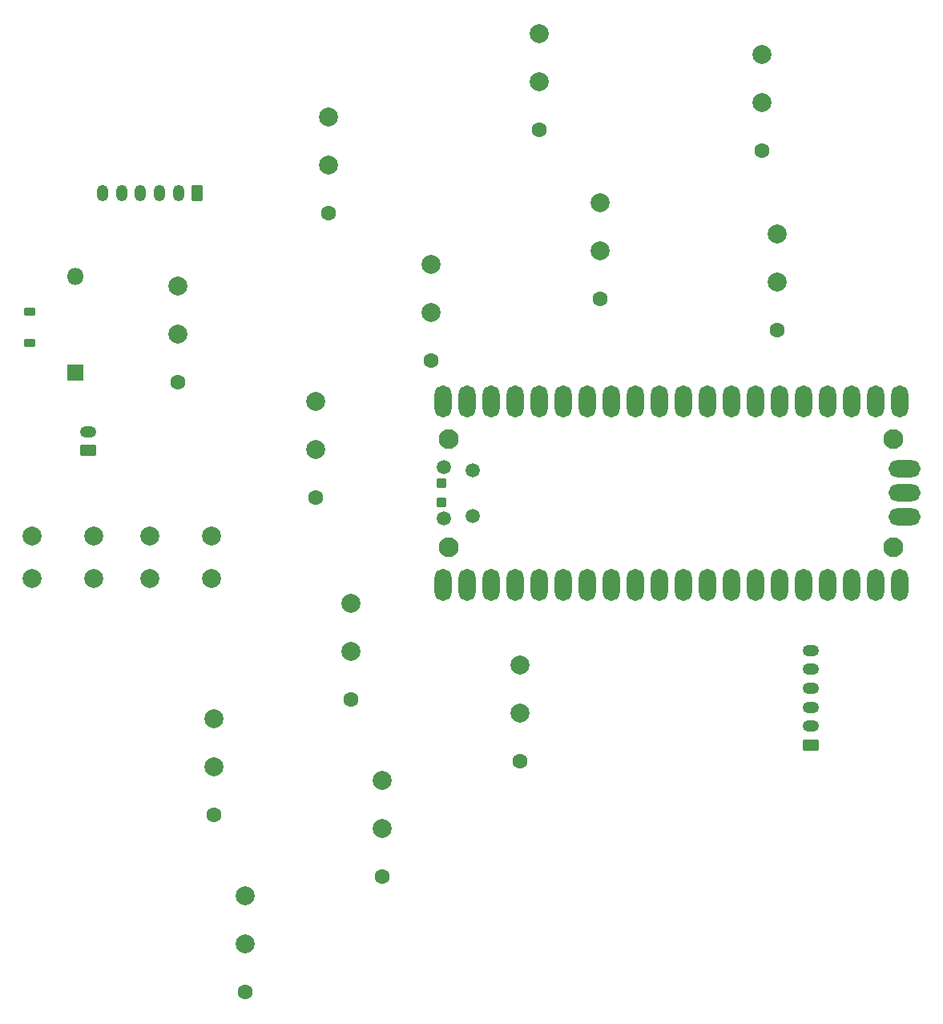
<source format=gbs>
G04 #@! TF.GenerationSoftware,KiCad,Pcbnew,7.0.8*
G04 #@! TF.CreationDate,2023-10-08T23:51:26-04:00*
G04 #@! TF.ProjectId,Mainboard-small-buttons,4d61696e-626f-4617-9264-2d736d616c6c,rev?*
G04 #@! TF.SameCoordinates,Original*
G04 #@! TF.FileFunction,Soldermask,Bot*
G04 #@! TF.FilePolarity,Negative*
%FSLAX46Y46*%
G04 Gerber Fmt 4.6, Leading zero omitted, Abs format (unit mm)*
G04 Created by KiCad (PCBNEW 7.0.8) date 2023-10-08 23:51:26*
%MOMM*%
%LPD*%
G01*
G04 APERTURE LIST*
G04 Aperture macros list*
%AMRoundRect*
0 Rectangle with rounded corners*
0 $1 Rounding radius*
0 $2 $3 $4 $5 $6 $7 $8 $9 X,Y pos of 4 corners*
0 Add a 4 corners polygon primitive as box body*
4,1,4,$2,$3,$4,$5,$6,$7,$8,$9,$2,$3,0*
0 Add four circle primitives for the rounded corners*
1,1,$1+$1,$2,$3*
1,1,$1+$1,$4,$5*
1,1,$1+$1,$6,$7*
1,1,$1+$1,$8,$9*
0 Add four rect primitives between the rounded corners*
20,1,$1+$1,$2,$3,$4,$5,0*
20,1,$1+$1,$4,$5,$6,$7,0*
20,1,$1+$1,$6,$7,$8,$9,0*
20,1,$1+$1,$8,$9,$2,$3,0*%
G04 Aperture macros list end*
%ADD10C,2.000000*%
%ADD11C,1.600000*%
%ADD12RoundRect,0.250000X0.350000X0.625000X-0.350000X0.625000X-0.350000X-0.625000X0.350000X-0.625000X0*%
%ADD13O,1.200000X1.750000*%
%ADD14C,2.100000*%
%ADD15C,1.500000*%
%ADD16O,1.803200X3.403200*%
%ADD17O,3.403200X1.803200*%
%ADD18RoundRect,0.101600X-0.400000X0.400000X-0.400000X-0.400000X0.400000X-0.400000X0.400000X0.400000X0*%
%ADD19R,1.800000X1.800000*%
%ADD20O,1.800000X1.800000*%
%ADD21RoundRect,0.250000X0.625000X-0.350000X0.625000X0.350000X-0.625000X0.350000X-0.625000X-0.350000X0*%
%ADD22O,1.750000X1.200000*%
%ADD23RoundRect,0.225000X0.375000X-0.225000X0.375000X0.225000X-0.375000X0.225000X-0.375000X-0.225000X0*%
G04 APERTURE END LIST*
D10*
X151957706Y-89774723D03*
X151957706Y-94854723D03*
D11*
X151957706Y-99934723D03*
D10*
X142562747Y-47432843D03*
X142562747Y-52512843D03*
D11*
X142562747Y-57592843D03*
D10*
X179128254Y-44233775D03*
X179128254Y-49313775D03*
D11*
X179128254Y-54393775D03*
D10*
X100353557Y-76156331D03*
X106853557Y-76156331D03*
X100353557Y-80656331D03*
X106853557Y-80656331D03*
X153918524Y-23080300D03*
X153918524Y-28160300D03*
D11*
X153918524Y-33240300D03*
D10*
X137402862Y-101987687D03*
X137402862Y-107067687D03*
D11*
X137402862Y-112147687D03*
D10*
X160416907Y-40934460D03*
X160416907Y-46014460D03*
D11*
X160416907Y-51094460D03*
D10*
X122848017Y-114200652D03*
X122848017Y-119280652D03*
D11*
X122848017Y-124360652D03*
D10*
X131664795Y-31868954D03*
X131664795Y-36948954D03*
D11*
X131664795Y-42028954D03*
D10*
X130349783Y-61987687D03*
X130349783Y-67067687D03*
D11*
X130349783Y-72147687D03*
D12*
X117830600Y-39979600D03*
D13*
X115830600Y-39979600D03*
X113830600Y-39979600D03*
X111830600Y-39979600D03*
X109830600Y-39979600D03*
X107830600Y-39979600D03*
D10*
X112853557Y-76156331D03*
X119353557Y-76156331D03*
X112853557Y-80656331D03*
X119353557Y-80656331D03*
X115794938Y-49774723D03*
X115794938Y-54854723D03*
D11*
X115794938Y-59934723D03*
D10*
X177472295Y-25306076D03*
X177472295Y-30386076D03*
D11*
X177472295Y-35466076D03*
D10*
X134103546Y-83276340D03*
X134103546Y-88356340D03*
D11*
X134103546Y-93436340D03*
D10*
X119548702Y-95489304D03*
X119548702Y-100569304D03*
D11*
X119548702Y-105649304D03*
D14*
X191394000Y-65928000D03*
X144394000Y-65928000D03*
D15*
X143894000Y-68903000D03*
X146924000Y-69203000D03*
X146924000Y-74053000D03*
X143894000Y-74353000D03*
D14*
X191394000Y-77328000D03*
X144394000Y-77328000D03*
D16*
X153924000Y-81318000D03*
X151384000Y-81318000D03*
X156464000Y-81318000D03*
X161544000Y-81318000D03*
X148844000Y-61938000D03*
X161544000Y-61938000D03*
X174244000Y-61938000D03*
X186944000Y-61938000D03*
D17*
X192594000Y-71628000D03*
D16*
X186944000Y-81318000D03*
X174244000Y-81318000D03*
X148844000Y-81318000D03*
X143764000Y-61938000D03*
X146304000Y-61938000D03*
X151384000Y-61938000D03*
X153924000Y-61938000D03*
X156464000Y-61938000D03*
X159004000Y-61938000D03*
X164084000Y-61938000D03*
X166624000Y-61938000D03*
X169164000Y-61938000D03*
X171704000Y-61938000D03*
X176784000Y-61938000D03*
X179324000Y-61938000D03*
X181864000Y-61938000D03*
X184404000Y-61938000D03*
X189484000Y-61938000D03*
X192024000Y-61938000D03*
X192024000Y-81318000D03*
X189484000Y-81318000D03*
X184404000Y-81318000D03*
X181864000Y-81318000D03*
X179324000Y-81318000D03*
X176784000Y-81318000D03*
X171704000Y-81318000D03*
X166624000Y-81318000D03*
X164084000Y-81318000D03*
X159004000Y-81318000D03*
X169164000Y-81318000D03*
D17*
X192594000Y-69088000D03*
X192594000Y-74168000D03*
D18*
X143594000Y-72628000D03*
X143594000Y-70628000D03*
D16*
X143764000Y-81318000D03*
X146304000Y-81318000D03*
D19*
X104902000Y-58928000D03*
D20*
X104902000Y-48768000D03*
D21*
X106273600Y-67157600D03*
D22*
X106273600Y-65157600D03*
D21*
X182626000Y-98266000D03*
D22*
X182626000Y-96266000D03*
X182626000Y-94266000D03*
X182626000Y-92266000D03*
X182626000Y-90266000D03*
X182626000Y-88266000D03*
D23*
X100076000Y-55752000D03*
X100076000Y-52452000D03*
M02*

</source>
